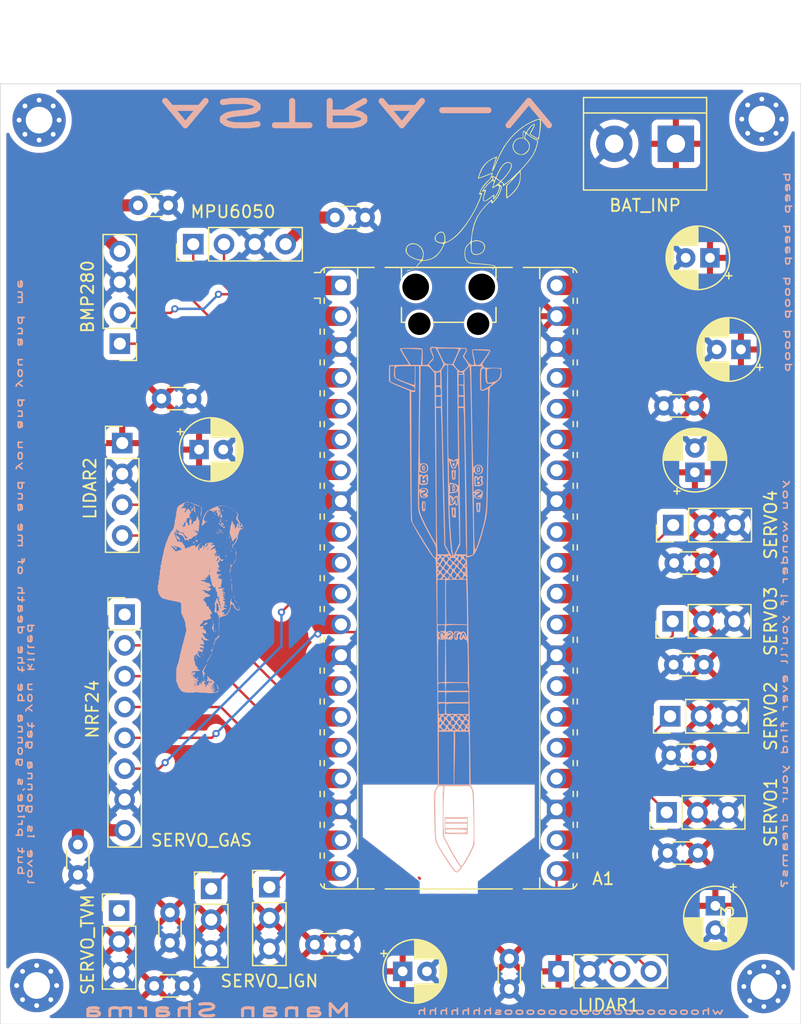
<source format=kicad_pcb>
(kicad_pcb (version 20241229) (generator "pcbnew") (generator_version "9.0")
  (layers (0 "F.Cu" signal) (2 "B.Cu" signal) (13 "F.Paste" user) (15 "B.Paste" user) (5 "F.SilkS" user "F.Silkscreen") (7 "B.SilkS" user "B.Silkscreen") (1 "F.Mask" user) (3 "B.Mask" user) (25 "Edge.Cuts" user))
  (net 0 "")
  (net 1 "/RCV_L2")
  (net 2 "/XMIT_L2")
  (net 4 "/MOSI")
  (net 5 "/SDA_MPU")
  (net 6 "/CE")
  (net 7 "/SCK")
  (net 8 "/SCL_MPU")
  (net 9 "/GPIO_SLN")
  (net 10 "/GPIO_NCH")
  (net 11 "/SERVO3")
  (net 12 "/SERVO4")
  (net 13 "GND")
  (net 16 "/MISO")
  (net 20 "/SERVO7_TVM")
  (net 21 "/CSN")
  (net 22 "/5V")
  (net 24 "/SERVO5_LGT")
  (net 26 "/RCV_L1")
  (net 27 "/SERVO1")
  (net 29 "/XMIT_L1")
  (net 30 "/SERVO2")
  (net 33 "/SERVO6_SLN")
  (net 34 "/3v3")
  (footprint "Capacitor_THT:C_Disc_D3.0mm_W1.6mm_P2.50mm" (layer "F.Cu") (at 164.15 103.6)
    (property "Reference" "C19" (hide yes))
    (property "Value" "0.1uf" (hide yes))
  )
  (footprint "Connector_PinHeader_2.54mm:PinHeader_1x03_P2.54mm_Vertical" (layer "F.Cu") (at 164.28 92.55 90)
    (property "Reference" "SERVO3")
    (property "Value" "~")
  )
  (footprint "Connector_PinHeader_2.54mm:PinHeader_1x04_P2.54mm_Vertical" (layer "F.Cu") (at 118.66 69.675 180)
    (property "Reference" "BMP280")
    (property "Value" "~" (hide yes))
  )
  (footprint "Capacitor_THT:CP_Radial_D5.0mm_P2.00mm" (layer "F.Cu") (at 167.8 116 -90)
    (property "Reference" "C3")
    (property "Value" "100uf")
  )
  (footprint "TerminalBlock:TerminalBlock_bornier-2_P5.08mm" (layer "F.Cu") (at 164.54 53.2 180)
    (property "Reference" "BAT_INP")
    (property "Value" "~")
  )
  (footprint "MountingHole:MountingHole_2.2mm_M2_Pad_Via" (layer "F.Cu") (at 171.8 122.65)
    (property "Reference" "H4" (hide yes))
    (property "Value" "MountingHole_Pad" (hide yes))
  )
  (footprint "Capacitor_THT:C_Disc_D3.0mm_W1.6mm_P2.50mm" (layer "F.Cu") (at 122.66 58.275 180)
    (property "Reference" "C12" (hide yes))
    (property "Value" "0.1uf" (hide yes))
  )
  (footprint "Connector_PinHeader_2.54mm:PinHeader_1x03_P2.54mm_Vertical" (layer "F.Cu") (at 118.6 116.4)
    (property "Reference" "SERVO_TVM")
    (property "Value" "~" (hide yes))
  )
  (footprint "Capacitor_THT:CP_Radial_D5.0mm_P2.00mm" (layer "F.Cu") (at 125.2 78.4)
    (property "Reference" "C5" (hide yes))
    (property "Value" "100uf")
  )
  (footprint "Connector_PinHeader_2.54mm:PinHeader_1x03_P2.54mm_Vertical" (layer "F.Cu") (at 163.78 108.3 90)
    (property "Reference" "SERVO1")
    (property "Value" "~" (hide yes))
  )
  (footprint "MountingHole:MountingHole_2.2mm_M2_Pad_Via" (layer "F.Cu") (at 111.8 122.566726)
    (property "Reference" "H2" (hide yes))
    (property "Value" "MountingHole_Pad" (hide yes))
  )
  (footprint "Capacitor_THT:CP_Radial_D5.0mm_P2.00mm" (layer "F.Cu") (at 142 121.4)
    (property "Reference" "C4" (hide yes))
    (property "Value" "100uf")
  )
  (footprint "Capacitor_THT:C_Disc_D3.0mm_W1.6mm_P2.50mm" (layer "F.Cu") (at 124.6 74.2 180)
    (property "Reference" "C14" (hide yes))
    (property "Value" "0.1uf" (hide yes))
  )
  (footprint "Connector_PinHeader_2.54mm:PinHeader_1x03_P2.54mm_Vertical" (layer "F.Cu") (at 131 114.46)
    (property "Reference" "SERVO_IGN")
    (property "Value" "~" (hide yes))
  )
  (footprint "Connector_PinHeader_2.54mm:PinHeader_1x04_P2.54mm_Vertical" (layer "F.Cu") (at 154.86 121.4 90)
    (property "Reference" "LIDAR1")
    (property "Value" "~" (hide yes))
  )
  (footprint "Capacitor_THT:CP_Radial_D5.0mm_P2.00mm" (layer "F.Cu") (at 169.91 70.15 180)
    (property "Reference" "C2" (hide yes))
    (property "Value" "10uf")
  )
  (footprint "Connector_PinHeader_2.54mm:PinHeader_1x03_P2.54mm_Vertical" (layer "F.Cu") (at 164.32 84.625 90)
    (property "Reference" "SERVO4")
    (property "Value" "~")
  )
  (footprint "Capacitor_THT:C_Disc_D3.0mm_W1.6mm_P2.50mm" (layer "F.Cu") (at 115.2 113.45 90)
    (property "Reference" "C13" (hide yes))
    (property "Value" "0.1uf" (hide yes))
  )
  (footprint "Capacitor_THT:C_Disc_D3.0mm_W1.6mm_P2.50mm" (layer "F.Cu") (at 164.36 96.125)
    (property "Reference" "C18" (hide yes))
    (property "Value" "0.1uf" (hide yes))
  )
  (footprint "Capacitor_THT:CP_Radial_D5.0mm_P2.00mm" (layer "F.Cu") (at 167.355113 62.6 180)
    (property "Reference" "C1" (hide yes))
    (property "Value" "470uf")
  )
  (footprint "Connector_PinHeader_2.54mm:PinHeader_1x03_P2.54mm_Vertical" (layer "F.Cu") (at 126.2 114.6)
    (property "Reference" "SERVO_GAS")
    (property "Value" "~" (hide yes))
  )
  (footprint "Connector_PinHeader_2.54mm:PinHeader_1x03_P2.54mm_Vertical" (layer "F.Cu") (at 164.07 100.375 90)
    (property "Reference" "SERVO2")
    (property "Value" "~")
  )
  (footprint "Module:RaspberryPi_Pico_Common_Unspecified" (layer "F.Cu") (at 145.8 89)
    (property "Reference" "A1")
    (property "Value" "RaspberryPi_Pico" (hide yes))
  )
  (footprint "Capacitor_THT:C_Disc_D3.0mm_W1.6mm_P2.50mm" (layer "F.Cu") (at 137.25 119.2 180)
    (property "Reference" "C16" (hide yes))
    (property "Value" "0.1uf" (hide yes))
  )
  (footprint "LOGO" (layer "F.Cu") (at 148.2 56)
    (property "Reference" "G***" (hide yes))
    (property "Value" "LOGO" (hide yes))
  )
  (footprint "Capacitor_THT:CP_Radial_D5.0mm_P2.00mm" (layer "F.Cu") (at 166.11 80.275 90)
    (property "Reference" "C4" (hide yes))
    (property "Value" "100uf")
  )
  (footprint "MountingHole:MountingHole_2.2mm_M2_Pad_Via" (layer "F.Cu") (at 112 51.25)
    (property "Reference" "H1" (hide yes))
    (property "Value" "MountingHole_Pad" (hide yes))
  )
  (footprint "Capacitor_THT:C_Disc_D3.0mm_W1.6mm_P2.50mm" (layer "F.Cu") (at 150.8 122.85 90)
    (property "Reference" "C21" (hide yes))
    (property "Value" "0.1uf" (hide yes))
  )
  (footprint "Capacitor_THT:C_Disc_D3.0mm_W1.6mm_P2.50mm" (layer "F.Cu") (at 122.8 119.05 90)
    (property "Reference" "C15" (hide yes))
    (property "Value" "0.1uf" (hide yes))
  )
  (footprint "Connector_PinHeader_2.54mm:PinHeader_1x08_P2.54mm_Vertical" (layer "F.Cu") (at 119.06 91.995)
    (property "Reference" "NRF24")
    (property "Value" "~" (hide yes))
  )
  (footprint "Capacitor_THT:C_Disc_D3.0mm_W1.6mm_P2.50mm" (layer "F.Cu") (at 163.55 74.8)
    (property "Reference" "C22" (hide yes))
    (property "Value" "0.1uf" (hide yes))
  )
  (footprint "Capacitor_THT:C_Disc_D3.0mm_W1.6mm_P2.50mm" (layer "F.Cu") (at 163.86 111.65)
    (property "Reference" "C20" (hide yes))
    (property "Value" "0.1uf" (hide yes))
  )
  (footprint "MountingHole:MountingHole_2.2mm_M2_Pad_Via" (layer "F.Cu") (at 171.633274 51.166726)
    (property "Reference" "H3" (hide yes))
    (property "Value" "MountingHole_Pad" (hide yes))
  )
  (footprint "Capacitor_THT:C_Disc_D3.0mm_W1.6mm_P2.50mm" (layer "F.Cu") (at 124 122.6 180)
    (property "Reference" "C23" (hide yes))
    (property "Value" "0.1uf" (hide yes))
  )
  (footprint "Capacitor_THT:C_Disc_D3.0mm_W1.6mm_P2.50mm" (layer "F.Cu") (at 138.91 59.275 180)
    (property "Reference" "C11" (hide yes))
    (property "Value" "0.1uf" (hide yes))
  )
  (footprint "Connector_PinHeader_2.54mm:PinHeader_1x04_P2.54mm_Vertical" (layer "F.Cu") (at 124.72 61.475 90)
    (property "Reference" "MPU6050")
    (property "Value" "~" (hide yes))
  )
  (footprint "Connector_PinHeader_2.54mm:PinHeader_1x04_P2.54mm_Vertical" (layer "F.Cu") (at 118.86 77.865)
    (property "Reference" "LIDAR2")
    (property "Value" "~")
  )
  (footprint "Capacitor_THT:C_Disc_D3.0mm_W1.6mm_P2.50mm" (layer "F.Cu") (at 164.4 87.75)
    (property "Reference" "C17" (hide yes))
    (property "Value" "0.1uf" (hide yes))
  )
  (footprint "LOGO" (layer "B.Cu") (at 132.357712 90.292615 180)
    (property "Reference" "G***" (hide yes))
    (property "Value" "LOGO" (hide yes))
  )
  (footprint "LOGO" (layer "B.Cu") (at 145.8 91.4)
    (property "Reference" "G***" (hide yes))
    (property "Value" "LOGO" (hide yes))
  )
  (gr_rect (start 108.8 48.25) (end 174.85 125.75) (stroke (width 0.05)) (fill no) (layer "Edge.Cuts"))
  (gr_text "Manan Sharma" (at 138 125.2 0) (layer "B.SilkS") (effects (font (size 1 2) (thickness 0.25) (bold yes)) (justify left bottom mirror)))
  (gr_text "whooooooooooooooooooshhhhhhh" (at 168.6 125 0) (layer "B.SilkS") (effects (font (size 0.5 1) (thickness 0.125) (bold yes)) (justify left bottom mirror)))
  (gr_text "ASTRA-V" (at 121.6 49.4 180) (layer "B.SilkS") (effects (font (size 2 5) (thickness 0.5) (bold yes)) (justify left bottom mirror)))
  (gr_text "beep beep boop boop\n" (at 174 55.4 90) (layer "B.SilkS") (effects (font (size 0.5 1) (thickness 0.125) (bold yes)) (justify left bottom mirror)))
  (gr_text "love is gonna get you killed\n but pride's gonna be the death of me and you and you and me\n\n" (at 109.4 114.4 270) (layer "B.SilkS") (effects (font (size 0.5 1) (thickness 0.125) (bold yes)) (justify left bottom mirror)))
  (gr_text "you wonder if you'll ever find your dreams?\n" (at 173.8 80.8 90) (layer "B.SilkS") (effects (font (size 0.5 1) (thickness 0.125) (bold yes)) (justify left bottom mirror)))
  (segment (start 134.43 77.57) (end 136.91 77.57) (width 0.2) (layer "F.Cu") (net 1))
  (segment (start 118.86 82.945) (end 129.055 82.945) (width 0.2) (layer "F.Cu") (net 1))
  (segment (start 129.055 82.945) (end 134.43 77.57) (width 0.2) (layer "F.Cu") (net 1))
  (segment (start 135.29 80.11) (end 136.91 80.11) (width 0.2) (layer "F.Cu") (net 2))
  (segment (start 129.915 85.485) (end 135.29 80.11) (width 0.2) (layer "F.Cu") (net 2))
  (segment (start 118.86 85.485) (end 129.915 85.485) (width 0.2) (layer "F.Cu") (net 2))
  (segment (start 130.755 100.43) (end 136.91 100.43) (width 0.2) (layer "F.Cu") (net 4))
  (segment (start 127.4 97.075) (end 127.46 97.075) (width 0.2) (layer "F.Cu") (net 4))
  (segment (start 119.06 97.075) (end 127.4 97.075) (width 0.2) (layer "F.Cu") (net 4))
  (segment (start 127.4 97.075) (end 130.755 100.43) (width 0.2) (layer "F.Cu") (net 4))
  (segment (start 122.865 67.135) (end 123.2 66.8) (width 0.2) (layer "F.Cu") (net 5))
  (segment (start 127.26 64.86) (end 128 65.6) (width 0.2) (layer "F.Cu") (net 5))
  (segment (start 127.26 61.475) (end 127.26 64.86) (width 0.2) (layer "F.Cu") (net 5))
  (segment (start 133.93 64.87) (end 136.91 64.87) (width 0.2) (layer "F.Cu") (net 5))
  (segment (start 133.2 65.6) (end 133.93 64.87) (width 0.2) (layer "F.Cu") (net 5))
  (segment (start 128 65.6) (end 133.2 65.6) (width 0.2) (layer "F.Cu") (net 5))
  (segment (start 118.66 67.135) (end 122.865 67.135) (width 0.2) (layer "F.Cu") (net 5))
  (segment (start 126.8 65.6) (end 128 65.6) (width 0.2) (layer "F.Cu") (net 5))
  (via (at 123.2 66.8) (size 0.6) (drill 0.3) (layers "F.Cu" "B.Cu") (net 5))
  (via (at 126.8 65.6) (size 0.6) (drill 0.3) (layers "F.Cu" "B.Cu") (net 5))
  (segment (start 125.6 66.8) (end 126.8 65.6) (width 0.2) (layer "B.Cu") (net 5))
  (segment (start 123.2 66.8) (end 125.6 66.8) (width 0.2) (layer "B.Cu") (net 5))
  (segment (start 119.06 104.695) (end 121.905 104.695) (width 0.2) (layer "F.Cu") (net 6))
  (segment (start 133.53 90.27) (end 136.91 90.27) (width 0.2) (layer "F.Cu") (net 6))
  (segment (start 121.905 104.695) (end 122.4 104.2) (width 0.2) (layer "F.Cu") (net 6))
  (segment (start 132 91.8) (end 133.53 90.27) (width 0.2) (layer "F.Cu") (net 6))
  (via (at 122.4 104.2) (size 0.6) (drill 0.3) (layers "F.Cu" "B.Cu") (net 6))
  (via (at 132 91.8) (size 0.6) (drill 0.3) (layers "F.Cu" "B.Cu") (net 6))
  (segment (start 132 94.6) (end 132 91.8) (width 0.2) (layer "B.Cu") (net 6))
  (segment (start 122.4 104.2) (end 132 94.6) (width 0.2) (layer "B.Cu") (net 6))
  (segment (start 131.675 97.89) (end 136.91 97.89) (width 0.2) (layer "F.Cu") (net 7))
  (segment (start 119.06 94.535) (end 128.32 94.535) (width 0.2) (layer "F.Cu") (net 7))
  (segment (start 128.32 94.535) (end 131.675 97.89) (width 0.2) (layer "F.Cu") (net 7))
  (segment (start 118.66 69.675) (end 124.325 69.675) (width 0.2) (layer "F.Cu") (net 8))
  (segment (start 125.96 68.04) (end 127 68.04) (width 0.2) (layer "F.Cu") (net 8))
  (segment (start 132.36 68.04) (end 133 67.4) (width 0.2) (layer "F.Cu") (net 8))
  (segment (start 124.72 66.135) (end 126.625 68.04) (width 0.2) (layer "F.Cu") (net 8))
  (segment (start 124.325 69.675) (end 125.96 68.04) (width 0.2) (layer "F.Cu") (net 8))
  (segment (start 133 67.4) (end 133.01 67.41) (width 0.2) (layer "F.Cu") (net 8))
  (segment (start 124.72 61.475) (end 124.72 66.135) (width 0.2) (layer "F.Cu") (net 8))
  (segment (start 133.01 67.41) (end 136.91 67.41) (width 0.2) (layer "F.Cu") (net 8))
  (segment (start 126.625 68.04) (end 127 68.04) (width 0.2) (layer "F.Cu") (net 8))
  (segment (start 127 68.04) (end 132.36 68.04) (width 0.2) (layer "F.Cu") (net 8))
  (segment (start 157.57 100.43) (end 154.69 100.43) (width 0.2) (layer "F.Cu") (net 11))
  (segment (start 164.28 92.55) (end 164.28 93.72) (width 0.2) (layer "F.Cu") (net 11))
  (segment (start 164.28 93.72) (end 157.57 100.43) (width 0.2) (layer "F.Cu") (net 11))
  (segment (start 157.31 97.89) (end 155.49 97.89) (width 0.2) (layer "F.Cu") (net 12))
  (segment (start 164.32 84.625) (end 160.2 88.745) (width 0.2) (layer "F.Cu") (net 12))
  (segment (start 160.2 88.745) (end 160.2 95) (width 0.2) (layer "F.Cu") (net 12))
  (segment (start 160.2 95) (end 157.31 97.89) (width 0.2) (layer "F.Cu") (net 12))
  (segment (start 127 99.615) (end 130.355 102.97) (width 0.2) (layer "F.Cu") (net 16))
  (segment (start 130.355 102.97) (end 136.91 102.97) (width 0.2) (layer "F.Cu") (net 16))
  (segment (start 119.06 99.615) (end 127 99.615) (width 0.2) (layer "F.Cu") (net 16))
  (segment (start 135.16 93.44) (end 143.42 93.44) (width 0.2) (layer "F.Cu") (net 21))
  (segment (start 126.245 102.155) (end 126.6 101.8) (width 0.2) (layer "F.Cu") (net 21))
  (segment (start 119.06 102.155) (end 126.245 102.155) (width 0.2) (layer "F.Cu") (net 21))
  (segment (start 135 93.6) (end 135.16 93.44) (width 0.2) (layer "F.Cu") (net 21))
  (via (at 135 93.6) (size 0.6) (drill 0.3) (layers "F.Cu" "B.Cu") (net 21))
  (via (at 126.6 101.8) (size 0.6) (drill 0.3) (layers "F.Cu" "B.Cu") (net 21))
  (segment (start 126.6 101.8) (end 134.8 93.6) (width 0.2) (layer "B.Cu") (net 21))
  (segment (start 134.8 93.6) (end 135 93.6) (width 0.2) (layer "B.Cu") (net 21))
  (segment (start 131.2 114.46) (end 132.53 113.13) (width 0.2) (layer "F.Cu") (net 24))
  (segment (start 143.335 113.675) (end 143.42 113.76) (width 0.2) (layer "F.Cu") (net 24))
  (segment (start 131 114.46) (end 131.2 114.46) (width 0.2) (layer "F.Cu") (net 24))
  (segment (start 132.53 113.13) (end 136.91 113.13) (width 0.2) (layer "F.Cu") (net 24))
  (segment (start 131 114.46) (end 131.815 114.46) (width 0.2) (layer "F.Cu") (net 24))
  (segment (start 154.69 116.15) (end 154.69 113.13) (width 0.2) (layer "F.Cu") (net 26))
  (segment (start 159.94 121.4) (end 154.69 116.15) (width 0.2) (layer "F.Cu") (net 26))
  (segment (start 160.99 105.51) (end 154.69 105.51) (width 0.2) (layer "F.Cu") (net 27))
  (segment (start 163.78 108.3) (end 160.99 105.51) (width 0.2) (layer "F.Cu") (net 27))
  (segment (start 159.59 110.59) (end 155.49 110.59) (width 0.2) (layer "F.Cu") (net 29))
  (segment (start 160.8 111.8) (end 159.59 110.59) (width 0.2) (layer "F.Cu") (net 29))
  (segment (start 162.48 121.4) (end 160.8 119.72) (width 0.2) (layer "F.Cu") (net 29))
  (segment (start 160.8 119.72) (end 160.8 111.8) (width 0.2) (layer "F.Cu") (net 29))
  (segment (start 161.475 102.97) (end 155.49 102.97) (width 0.2) (layer "F.Cu") (net 30))
  (segment (start 164.07 100.375) (end 161.475 102.97) (width 0.2) (layer "F.Cu") (net 30))
  (segment (start 130.2 110.6) (end 131 110.6) (width 0.2) (layer "F.Cu") (net 33))
  (segment (start 126.2 114.6) (end 130.2 110.6) (width 0.2) (layer "F.Cu") (net 33))
  (segment (start 131.01 110.59) (end 136.91 110.59) (width 0.2) (layer "F.Cu") (net 33))
  (segment (start 131 110.6) (end 131.01 110.59) (width 0.2) (layer "F.Cu") (net 33))
  (segment (start 115.2 108.975) (end 115.8 108.375) (width 1) (layer "F.Cu") (net 34))
  (segment (start 113.06 55.34) (end 116.1 52.3) (width 1) (layer "F.Cu") (net 34))
  (segment (start 119 55.4) (end 126.5 55.4) (width 1) (layer "F.Cu") (net 34))
  (segment (start 115.2 110.95) (end 115.2 108.975) (width 1) (layer "F.Cu") (net 34))
  (segment (start 159.57 75.03) (end 160.4 74.2) (width 1) (layer "F.Cu") (net 34))
  (segment (start 129.6 52.3) (end 131.8 52.3) (width 1) (layer "F.Cu") (net 34))
  (segment (start 137.2 52.3) (end 147.5 52.3) (width 1) (layer "F.Cu") (net 34))
  (segment (start 160.4 65.2) (end 147.5 52.3) (width 1) (layer "F.Cu") (net 34))
  (segment (start 117.76 109.775) (end 116.36 108.375) (width 1) (layer "F.Cu") (net 34))
  (segment (start 118.66 58.275) (end 117.06 59.875) (width 1) (layer "F.Cu") (net 34))
  (segment (start 116.26 108.475) (end 116.26 108.275) (width 0.2) (layer "F.Cu") (net 34))
  (segment (start 132.34 61.475) (end 133.6 60.215) (width 1) (layer "F.Cu") (net 34))
  (segment (start 160.4 74.2) (end 160.4 65.2) (width 1) (layer "F.Cu") (net 34))
  (segment (start 133.6 55.9) (end 137.2 52.3) (width 1) (layer "F.Cu") (net 34))
  (segment (start 118.66 62.055) (end 117.06 60.455) (width 1) (layer "F.Cu") (net 34))
  (segment (start 116.1 52.3) (end 131.8 52.3) (width 1) (layer "F.Cu") (net 34))
  (segment (start 133.6 60.215) (end 133.6 58) (width 1) (layer "F.Cu") (net 34))
  (segment (start 119.06 109.775) (end 117.76 109.775) (width 1) (layer "F.Cu") (net 34))
  (segment (start 115.8 108.375) (end 114.56 108.375) (width 1) (layer "F.Cu") (net 34))
  (segment (start 113.06 106.875) (end 113.06 55.34) (width 1) (layer "F.Cu") (net 34))
  (segment (start 134.875 59.275) (end 133.6 58) (width 1) (layer "F.Cu") (net 34))
  (segment (start 131.8 52.3) (end 137.2 52.3) (width 1) (layer "F.Cu") (net 34))
  (segment (start 117.06 59.875) (end 117.06 57.34) (width 1) (layer "F.Cu") (net 34))
  (segment (start 154.69 75.03) (end 159.57 75.03) (width 1) (layer "F.Cu") (net 34))
  (segment (start 115.8 108.375) (end 116.36 108.375) (width 1) (layer "F.Cu") (net 34))
  (segment (start 126.5 55.4) (end 129.6 52.3) (width 1) (layer "F.Cu") (net 34))
  (segment (start 136.41 59.275) (end 134.875 59.275) (width 1) (layer "F.Cu") (net 34))
  (segment (start 114.56 108.375) (end 113.06 106.875) (width 1) (layer "F.Cu") (net 34))
  (segment (start 117.06 57.34) (end 119 55.4) (width 1) (layer "F.Cu") (net 34))
  (segment (start 120.16 58.275) (end 118.66 58.275) (width 1) (layer "F.Cu") (net 34))
  (segment (start 117.06 60.455) (end 117.06 59.875) (width 1) (layer "F.Cu") (net 34))
  (segment (start 133.6 58) (end 133.6 55.9) (width 1) (layer "F.Cu") (net 34))
  (zone (net 22) (net_name "/5V") (layer "F.Cu") (priority 1) (connect_pads (clearance 0.5)) (min_thickness 0.25) (fill yes (thermal_gap 0.5) (thermal_bridge_width 0.5))
    (polygon (pts (xy 108.8 48.2) (xy 174.8 48.2) (xy 174.8 125.6) (xy 108.8 125.6)))
  )
  (zone (net 13) (net_name "GND") (layer "B.Cu") (connect_pads (clearance 0.5)) (min_thickness 0.25) (fill yes (thermal_gap 0.5) (thermal_bridge_width 0.5))
    (polygon (pts (xy 108.8 48.2) (xy 174.8 48.2) (xy 174.8 125.6) (xy 108.8 125.6)))
  )
)
</source>
